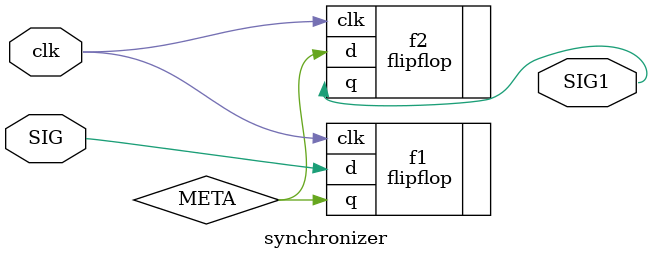
<source format=v>
`timescale 1ns / 1ps



module synchronizer(input SIG, clk, output SIG1);
wire META;
flipflop f1(.clk(clk), .d(SIG), .q(META));
flipflop f2(.clk(clk), .d(META), .q(SIG1));
endmodule


</source>
